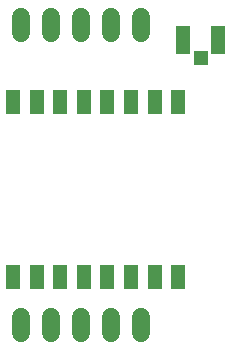
<source format=gbr>
G04 EAGLE Gerber RS-274X export*
G75*
%MOMM*%
%FSLAX34Y34*%
%LPD*%
%INSoldermask Top*%
%IPPOS*%
%AMOC8*
5,1,8,0,0,1.08239X$1,22.5*%
G01*
%ADD10R,1.203200X1.253200*%
%ADD11R,1.253200X2.403200*%
%ADD12R,1.253200X2.153200*%
%ADD13C,1.524000*%


D10*
X635000Y251450D03*
D11*
X620250Y266700D03*
X649750Y266700D03*
D12*
X476100Y65700D03*
X496100Y65700D03*
X516100Y65700D03*
X536100Y65700D03*
X556100Y65700D03*
X576100Y65700D03*
X596100Y65700D03*
X616100Y65700D03*
X616100Y213700D03*
X596100Y213700D03*
X576100Y213700D03*
X556100Y213700D03*
X536100Y213700D03*
X516100Y213700D03*
X496100Y213700D03*
X476100Y213700D03*
D13*
X584200Y32004D02*
X584200Y18796D01*
X558800Y18796D02*
X558800Y32004D01*
X533400Y32004D02*
X533400Y18796D01*
X508000Y18796D02*
X508000Y32004D01*
X482600Y32004D02*
X482600Y18796D01*
X584200Y272796D02*
X584200Y286004D01*
X558800Y286004D02*
X558800Y272796D01*
X533400Y272796D02*
X533400Y286004D01*
X508000Y286004D02*
X508000Y272796D01*
X482600Y272796D02*
X482600Y286004D01*
M02*

</source>
